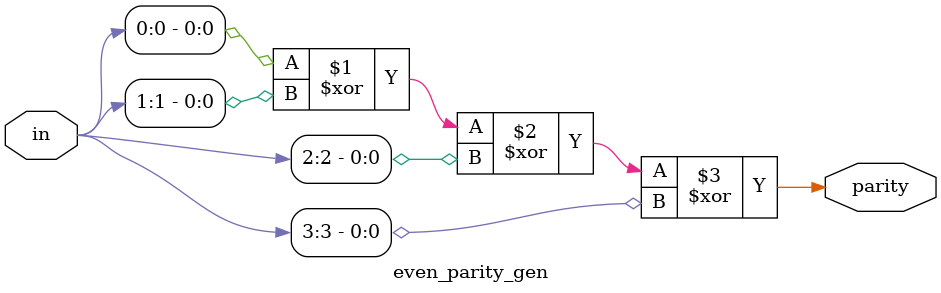
<source format=v>
`timescale 1ns / 1ps


module even_parity_gen(in,parity);
    input [3:0]in;
    output parity;
    
    assign parity = in[0]^in[1]^in[2]^in[3];
endmodule

</source>
